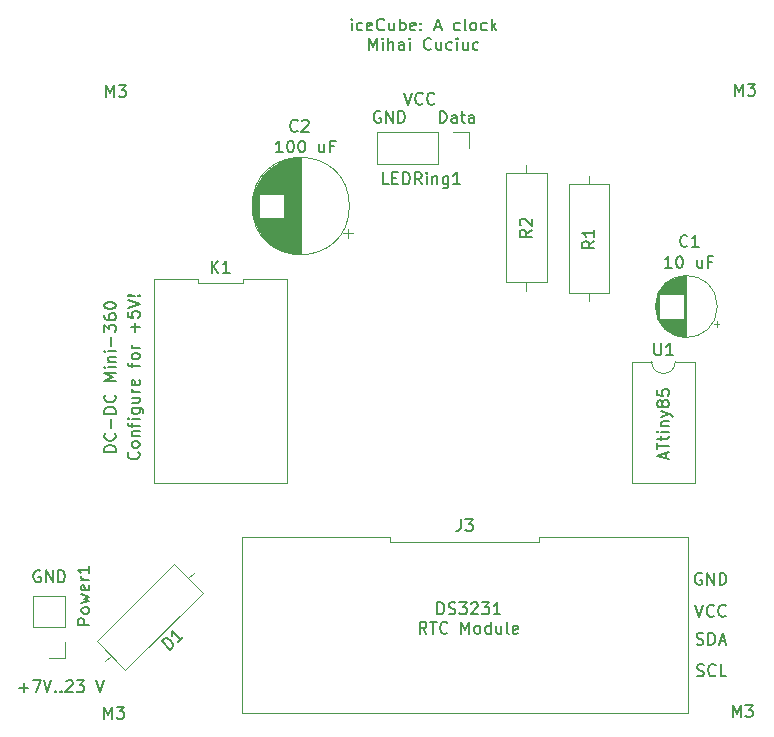
<source format=gbr>
G04 #@! TF.GenerationSoftware,KiCad,Pcbnew,(5.1.5)-3*
G04 #@! TF.CreationDate,2020-05-09T23:00:35+03:00*
G04 #@! TF.ProjectId,iceCube,69636543-7562-4652-9e6b-696361645f70,rev?*
G04 #@! TF.SameCoordinates,Original*
G04 #@! TF.FileFunction,Legend,Top*
G04 #@! TF.FilePolarity,Positive*
%FSLAX46Y46*%
G04 Gerber Fmt 4.6, Leading zero omitted, Abs format (unit mm)*
G04 Created by KiCad (PCBNEW (5.1.5)-3) date 2020-05-09 23:00:35*
%MOMM*%
%LPD*%
G04 APERTURE LIST*
%ADD10C,0.150000*%
%ADD11C,0.120000*%
G04 APERTURE END LIST*
D10*
X122571428Y-113952380D02*
X122000000Y-113952380D01*
X122285714Y-113952380D02*
X122285714Y-112952380D01*
X122190476Y-113095238D01*
X122095238Y-113190476D01*
X122000000Y-113238095D01*
X123190476Y-112952380D02*
X123285714Y-112952380D01*
X123380952Y-113000000D01*
X123428571Y-113047619D01*
X123476190Y-113142857D01*
X123523809Y-113333333D01*
X123523809Y-113571428D01*
X123476190Y-113761904D01*
X123428571Y-113857142D01*
X123380952Y-113904761D01*
X123285714Y-113952380D01*
X123190476Y-113952380D01*
X123095238Y-113904761D01*
X123047619Y-113857142D01*
X123000000Y-113761904D01*
X122952380Y-113571428D01*
X122952380Y-113333333D01*
X123000000Y-113142857D01*
X123047619Y-113047619D01*
X123095238Y-113000000D01*
X123190476Y-112952380D01*
X124142857Y-112952380D02*
X124238095Y-112952380D01*
X124333333Y-113000000D01*
X124380952Y-113047619D01*
X124428571Y-113142857D01*
X124476190Y-113333333D01*
X124476190Y-113571428D01*
X124428571Y-113761904D01*
X124380952Y-113857142D01*
X124333333Y-113904761D01*
X124238095Y-113952380D01*
X124142857Y-113952380D01*
X124047619Y-113904761D01*
X124000000Y-113857142D01*
X123952380Y-113761904D01*
X123904761Y-113571428D01*
X123904761Y-113333333D01*
X123952380Y-113142857D01*
X124000000Y-113047619D01*
X124047619Y-113000000D01*
X124142857Y-112952380D01*
X126095238Y-113285714D02*
X126095238Y-113952380D01*
X125666666Y-113285714D02*
X125666666Y-113809523D01*
X125714285Y-113904761D01*
X125809523Y-113952380D01*
X125952380Y-113952380D01*
X126047619Y-113904761D01*
X126095238Y-113857142D01*
X126904761Y-113428571D02*
X126571428Y-113428571D01*
X126571428Y-113952380D02*
X126571428Y-112952380D01*
X127047619Y-112952380D01*
X128404761Y-103627380D02*
X128404761Y-102960714D01*
X128404761Y-102627380D02*
X128357142Y-102675000D01*
X128404761Y-102722619D01*
X128452380Y-102675000D01*
X128404761Y-102627380D01*
X128404761Y-102722619D01*
X129309523Y-103579761D02*
X129214285Y-103627380D01*
X129023809Y-103627380D01*
X128928571Y-103579761D01*
X128880952Y-103532142D01*
X128833333Y-103436904D01*
X128833333Y-103151190D01*
X128880952Y-103055952D01*
X128928571Y-103008333D01*
X129023809Y-102960714D01*
X129214285Y-102960714D01*
X129309523Y-103008333D01*
X130119047Y-103579761D02*
X130023809Y-103627380D01*
X129833333Y-103627380D01*
X129738095Y-103579761D01*
X129690476Y-103484523D01*
X129690476Y-103103571D01*
X129738095Y-103008333D01*
X129833333Y-102960714D01*
X130023809Y-102960714D01*
X130119047Y-103008333D01*
X130166666Y-103103571D01*
X130166666Y-103198809D01*
X129690476Y-103294047D01*
X131166666Y-103532142D02*
X131119047Y-103579761D01*
X130976190Y-103627380D01*
X130880952Y-103627380D01*
X130738095Y-103579761D01*
X130642857Y-103484523D01*
X130595238Y-103389285D01*
X130547619Y-103198809D01*
X130547619Y-103055952D01*
X130595238Y-102865476D01*
X130642857Y-102770238D01*
X130738095Y-102675000D01*
X130880952Y-102627380D01*
X130976190Y-102627380D01*
X131119047Y-102675000D01*
X131166666Y-102722619D01*
X132023809Y-102960714D02*
X132023809Y-103627380D01*
X131595238Y-102960714D02*
X131595238Y-103484523D01*
X131642857Y-103579761D01*
X131738095Y-103627380D01*
X131880952Y-103627380D01*
X131976190Y-103579761D01*
X132023809Y-103532142D01*
X132500000Y-103627380D02*
X132500000Y-102627380D01*
X132500000Y-103008333D02*
X132595238Y-102960714D01*
X132785714Y-102960714D01*
X132880952Y-103008333D01*
X132928571Y-103055952D01*
X132976190Y-103151190D01*
X132976190Y-103436904D01*
X132928571Y-103532142D01*
X132880952Y-103579761D01*
X132785714Y-103627380D01*
X132595238Y-103627380D01*
X132500000Y-103579761D01*
X133785714Y-103579761D02*
X133690476Y-103627380D01*
X133500000Y-103627380D01*
X133404761Y-103579761D01*
X133357142Y-103484523D01*
X133357142Y-103103571D01*
X133404761Y-103008333D01*
X133500000Y-102960714D01*
X133690476Y-102960714D01*
X133785714Y-103008333D01*
X133833333Y-103103571D01*
X133833333Y-103198809D01*
X133357142Y-103294047D01*
X134261904Y-103532142D02*
X134309523Y-103579761D01*
X134261904Y-103627380D01*
X134214285Y-103579761D01*
X134261904Y-103532142D01*
X134261904Y-103627380D01*
X134261904Y-103008333D02*
X134309523Y-103055952D01*
X134261904Y-103103571D01*
X134214285Y-103055952D01*
X134261904Y-103008333D01*
X134261904Y-103103571D01*
X135452380Y-103341666D02*
X135928571Y-103341666D01*
X135357142Y-103627380D02*
X135690476Y-102627380D01*
X136023809Y-103627380D01*
X137547619Y-103579761D02*
X137452380Y-103627380D01*
X137261904Y-103627380D01*
X137166666Y-103579761D01*
X137119047Y-103532142D01*
X137071428Y-103436904D01*
X137071428Y-103151190D01*
X137119047Y-103055952D01*
X137166666Y-103008333D01*
X137261904Y-102960714D01*
X137452380Y-102960714D01*
X137547619Y-103008333D01*
X138119047Y-103627380D02*
X138023809Y-103579761D01*
X137976190Y-103484523D01*
X137976190Y-102627380D01*
X138642857Y-103627380D02*
X138547619Y-103579761D01*
X138500000Y-103532142D01*
X138452380Y-103436904D01*
X138452380Y-103151190D01*
X138500000Y-103055952D01*
X138547619Y-103008333D01*
X138642857Y-102960714D01*
X138785714Y-102960714D01*
X138880952Y-103008333D01*
X138928571Y-103055952D01*
X138976190Y-103151190D01*
X138976190Y-103436904D01*
X138928571Y-103532142D01*
X138880952Y-103579761D01*
X138785714Y-103627380D01*
X138642857Y-103627380D01*
X139833333Y-103579761D02*
X139738095Y-103627380D01*
X139547619Y-103627380D01*
X139452380Y-103579761D01*
X139404761Y-103532142D01*
X139357142Y-103436904D01*
X139357142Y-103151190D01*
X139404761Y-103055952D01*
X139452380Y-103008333D01*
X139547619Y-102960714D01*
X139738095Y-102960714D01*
X139833333Y-103008333D01*
X140261904Y-103627380D02*
X140261904Y-102627380D01*
X140357142Y-103246428D02*
X140642857Y-103627380D01*
X140642857Y-102960714D02*
X140261904Y-103341666D01*
X129904761Y-105277380D02*
X129904761Y-104277380D01*
X130238095Y-104991666D01*
X130571428Y-104277380D01*
X130571428Y-105277380D01*
X131047619Y-105277380D02*
X131047619Y-104610714D01*
X131047619Y-104277380D02*
X131000000Y-104325000D01*
X131047619Y-104372619D01*
X131095238Y-104325000D01*
X131047619Y-104277380D01*
X131047619Y-104372619D01*
X131523809Y-105277380D02*
X131523809Y-104277380D01*
X131952380Y-105277380D02*
X131952380Y-104753571D01*
X131904761Y-104658333D01*
X131809523Y-104610714D01*
X131666666Y-104610714D01*
X131571428Y-104658333D01*
X131523809Y-104705952D01*
X132857142Y-105277380D02*
X132857142Y-104753571D01*
X132809523Y-104658333D01*
X132714285Y-104610714D01*
X132523809Y-104610714D01*
X132428571Y-104658333D01*
X132857142Y-105229761D02*
X132761904Y-105277380D01*
X132523809Y-105277380D01*
X132428571Y-105229761D01*
X132380952Y-105134523D01*
X132380952Y-105039285D01*
X132428571Y-104944047D01*
X132523809Y-104896428D01*
X132761904Y-104896428D01*
X132857142Y-104848809D01*
X133333333Y-105277380D02*
X133333333Y-104610714D01*
X133333333Y-104277380D02*
X133285714Y-104325000D01*
X133333333Y-104372619D01*
X133380952Y-104325000D01*
X133333333Y-104277380D01*
X133333333Y-104372619D01*
X135142857Y-105182142D02*
X135095238Y-105229761D01*
X134952380Y-105277380D01*
X134857142Y-105277380D01*
X134714285Y-105229761D01*
X134619047Y-105134523D01*
X134571428Y-105039285D01*
X134523809Y-104848809D01*
X134523809Y-104705952D01*
X134571428Y-104515476D01*
X134619047Y-104420238D01*
X134714285Y-104325000D01*
X134857142Y-104277380D01*
X134952380Y-104277380D01*
X135095238Y-104325000D01*
X135142857Y-104372619D01*
X136000000Y-104610714D02*
X136000000Y-105277380D01*
X135571428Y-104610714D02*
X135571428Y-105134523D01*
X135619047Y-105229761D01*
X135714285Y-105277380D01*
X135857142Y-105277380D01*
X135952380Y-105229761D01*
X136000000Y-105182142D01*
X136904761Y-105229761D02*
X136809523Y-105277380D01*
X136619047Y-105277380D01*
X136523809Y-105229761D01*
X136476190Y-105182142D01*
X136428571Y-105086904D01*
X136428571Y-104801190D01*
X136476190Y-104705952D01*
X136523809Y-104658333D01*
X136619047Y-104610714D01*
X136809523Y-104610714D01*
X136904761Y-104658333D01*
X137333333Y-105277380D02*
X137333333Y-104610714D01*
X137333333Y-104277380D02*
X137285714Y-104325000D01*
X137333333Y-104372619D01*
X137380952Y-104325000D01*
X137333333Y-104277380D01*
X137333333Y-104372619D01*
X138238095Y-104610714D02*
X138238095Y-105277380D01*
X137809523Y-104610714D02*
X137809523Y-105134523D01*
X137857142Y-105229761D01*
X137952380Y-105277380D01*
X138095238Y-105277380D01*
X138190476Y-105229761D01*
X138238095Y-105182142D01*
X139142857Y-105229761D02*
X139047619Y-105277380D01*
X138857142Y-105277380D01*
X138761904Y-105229761D01*
X138714285Y-105182142D01*
X138666666Y-105086904D01*
X138666666Y-104801190D01*
X138714285Y-104705952D01*
X138761904Y-104658333D01*
X138857142Y-104610714D01*
X139047619Y-104610714D01*
X139142857Y-104658333D01*
X110357142Y-139333333D02*
X110404761Y-139380952D01*
X110452380Y-139523809D01*
X110452380Y-139619047D01*
X110404761Y-139761904D01*
X110309523Y-139857142D01*
X110214285Y-139904761D01*
X110023809Y-139952380D01*
X109880952Y-139952380D01*
X109690476Y-139904761D01*
X109595238Y-139857142D01*
X109500000Y-139761904D01*
X109452380Y-139619047D01*
X109452380Y-139523809D01*
X109500000Y-139380952D01*
X109547619Y-139333333D01*
X110452380Y-138761904D02*
X110404761Y-138857142D01*
X110357142Y-138904761D01*
X110261904Y-138952380D01*
X109976190Y-138952380D01*
X109880952Y-138904761D01*
X109833333Y-138857142D01*
X109785714Y-138761904D01*
X109785714Y-138619047D01*
X109833333Y-138523809D01*
X109880952Y-138476190D01*
X109976190Y-138428571D01*
X110261904Y-138428571D01*
X110357142Y-138476190D01*
X110404761Y-138523809D01*
X110452380Y-138619047D01*
X110452380Y-138761904D01*
X109785714Y-138000000D02*
X110452380Y-138000000D01*
X109880952Y-138000000D02*
X109833333Y-137952380D01*
X109785714Y-137857142D01*
X109785714Y-137714285D01*
X109833333Y-137619047D01*
X109928571Y-137571428D01*
X110452380Y-137571428D01*
X109785714Y-137238095D02*
X109785714Y-136857142D01*
X110452380Y-137095238D02*
X109595238Y-137095238D01*
X109500000Y-137047619D01*
X109452380Y-136952380D01*
X109452380Y-136857142D01*
X110452380Y-136523809D02*
X109785714Y-136523809D01*
X109452380Y-136523809D02*
X109500000Y-136571428D01*
X109547619Y-136523809D01*
X109500000Y-136476190D01*
X109452380Y-136523809D01*
X109547619Y-136523809D01*
X109785714Y-135619047D02*
X110595238Y-135619047D01*
X110690476Y-135666666D01*
X110738095Y-135714285D01*
X110785714Y-135809523D01*
X110785714Y-135952380D01*
X110738095Y-136047619D01*
X110404761Y-135619047D02*
X110452380Y-135714285D01*
X110452380Y-135904761D01*
X110404761Y-136000000D01*
X110357142Y-136047619D01*
X110261904Y-136095238D01*
X109976190Y-136095238D01*
X109880952Y-136047619D01*
X109833333Y-136000000D01*
X109785714Y-135904761D01*
X109785714Y-135714285D01*
X109833333Y-135619047D01*
X109785714Y-134714285D02*
X110452380Y-134714285D01*
X109785714Y-135142857D02*
X110309523Y-135142857D01*
X110404761Y-135095238D01*
X110452380Y-135000000D01*
X110452380Y-134857142D01*
X110404761Y-134761904D01*
X110357142Y-134714285D01*
X110452380Y-134238095D02*
X109785714Y-134238095D01*
X109976190Y-134238095D02*
X109880952Y-134190476D01*
X109833333Y-134142857D01*
X109785714Y-134047619D01*
X109785714Y-133952380D01*
X110404761Y-133238095D02*
X110452380Y-133333333D01*
X110452380Y-133523809D01*
X110404761Y-133619047D01*
X110309523Y-133666666D01*
X109928571Y-133666666D01*
X109833333Y-133619047D01*
X109785714Y-133523809D01*
X109785714Y-133333333D01*
X109833333Y-133238095D01*
X109928571Y-133190476D01*
X110023809Y-133190476D01*
X110119047Y-133666666D01*
X109785714Y-132142857D02*
X109785714Y-131761904D01*
X110452380Y-131999999D02*
X109595238Y-131999999D01*
X109500000Y-131952380D01*
X109452380Y-131857142D01*
X109452380Y-131761904D01*
X110452380Y-131285714D02*
X110404761Y-131380952D01*
X110357142Y-131428571D01*
X110261904Y-131476190D01*
X109976190Y-131476190D01*
X109880952Y-131428571D01*
X109833333Y-131380952D01*
X109785714Y-131285714D01*
X109785714Y-131142857D01*
X109833333Y-131047619D01*
X109880952Y-131000000D01*
X109976190Y-130952380D01*
X110261904Y-130952380D01*
X110357142Y-131000000D01*
X110404761Y-131047619D01*
X110452380Y-131142857D01*
X110452380Y-131285714D01*
X110452380Y-130523809D02*
X109785714Y-130523809D01*
X109976190Y-130523809D02*
X109880952Y-130476190D01*
X109833333Y-130428571D01*
X109785714Y-130333333D01*
X109785714Y-130238095D01*
X110071428Y-129142857D02*
X110071428Y-128380952D01*
X110452380Y-128761904D02*
X109690476Y-128761904D01*
X109452380Y-127428571D02*
X109452380Y-127904761D01*
X109928571Y-127952380D01*
X109880952Y-127904761D01*
X109833333Y-127809523D01*
X109833333Y-127571428D01*
X109880952Y-127476190D01*
X109928571Y-127428571D01*
X110023809Y-127380952D01*
X110261904Y-127380952D01*
X110357142Y-127428571D01*
X110404761Y-127476190D01*
X110452380Y-127571428D01*
X110452380Y-127809523D01*
X110404761Y-127904761D01*
X110357142Y-127952380D01*
X109452380Y-127095238D02*
X110452380Y-126761904D01*
X109452380Y-126428571D01*
X110357142Y-126095238D02*
X110404761Y-126047619D01*
X110452380Y-126095238D01*
X110404761Y-126142857D01*
X110357142Y-126095238D01*
X110452380Y-126095238D01*
X110071428Y-126095238D02*
X109500000Y-126142857D01*
X109452380Y-126095238D01*
X109500000Y-126047619D01*
X110071428Y-126095238D01*
X109452380Y-126095238D01*
X108452380Y-139309523D02*
X107452380Y-139309523D01*
X107452380Y-139071428D01*
X107500000Y-138928571D01*
X107595238Y-138833333D01*
X107690476Y-138785714D01*
X107880952Y-138738095D01*
X108023809Y-138738095D01*
X108214285Y-138785714D01*
X108309523Y-138833333D01*
X108404761Y-138928571D01*
X108452380Y-139071428D01*
X108452380Y-139309523D01*
X108357142Y-137738095D02*
X108404761Y-137785714D01*
X108452380Y-137928571D01*
X108452380Y-138023809D01*
X108404761Y-138166666D01*
X108309523Y-138261904D01*
X108214285Y-138309523D01*
X108023809Y-138357142D01*
X107880952Y-138357142D01*
X107690476Y-138309523D01*
X107595238Y-138261904D01*
X107500000Y-138166666D01*
X107452380Y-138023809D01*
X107452380Y-137928571D01*
X107500000Y-137785714D01*
X107547619Y-137738095D01*
X108071428Y-137309523D02*
X108071428Y-136547619D01*
X108452380Y-136071428D02*
X107452380Y-136071428D01*
X107452380Y-135833333D01*
X107500000Y-135690476D01*
X107595238Y-135595238D01*
X107690476Y-135547619D01*
X107880952Y-135500000D01*
X108023809Y-135500000D01*
X108214285Y-135547619D01*
X108309523Y-135595238D01*
X108404761Y-135690476D01*
X108452380Y-135833333D01*
X108452380Y-136071428D01*
X108357142Y-134500000D02*
X108404761Y-134547619D01*
X108452380Y-134690476D01*
X108452380Y-134785714D01*
X108404761Y-134928571D01*
X108309523Y-135023809D01*
X108214285Y-135071428D01*
X108023809Y-135119047D01*
X107880952Y-135119047D01*
X107690476Y-135071428D01*
X107595238Y-135023809D01*
X107500000Y-134928571D01*
X107452380Y-134785714D01*
X107452380Y-134690476D01*
X107500000Y-134547619D01*
X107547619Y-134500000D01*
X108452380Y-133309523D02*
X107452380Y-133309523D01*
X108166666Y-132976190D01*
X107452380Y-132642857D01*
X108452380Y-132642857D01*
X108452380Y-132166666D02*
X107785714Y-132166666D01*
X107452380Y-132166666D02*
X107500000Y-132214285D01*
X107547619Y-132166666D01*
X107500000Y-132119047D01*
X107452380Y-132166666D01*
X107547619Y-132166666D01*
X107785714Y-131690476D02*
X108452380Y-131690476D01*
X107880952Y-131690476D02*
X107833333Y-131642857D01*
X107785714Y-131547619D01*
X107785714Y-131404761D01*
X107833333Y-131309523D01*
X107928571Y-131261904D01*
X108452380Y-131261904D01*
X108452380Y-130785714D02*
X107785714Y-130785714D01*
X107452380Y-130785714D02*
X107500000Y-130833333D01*
X107547619Y-130785714D01*
X107500000Y-130738095D01*
X107452380Y-130785714D01*
X107547619Y-130785714D01*
X108071428Y-130309523D02*
X108071428Y-129547619D01*
X107452380Y-129166666D02*
X107452380Y-128547619D01*
X107833333Y-128880952D01*
X107833333Y-128738095D01*
X107880952Y-128642857D01*
X107928571Y-128595238D01*
X108023809Y-128547619D01*
X108261904Y-128547619D01*
X108357142Y-128595238D01*
X108404761Y-128642857D01*
X108452380Y-128738095D01*
X108452380Y-129023809D01*
X108404761Y-129119047D01*
X108357142Y-129166666D01*
X107452380Y-127690476D02*
X107452380Y-127880952D01*
X107500000Y-127976190D01*
X107547619Y-128023809D01*
X107690476Y-128119047D01*
X107880952Y-128166666D01*
X108261904Y-128166666D01*
X108357142Y-128119047D01*
X108404761Y-128071428D01*
X108452380Y-127976190D01*
X108452380Y-127785714D01*
X108404761Y-127690476D01*
X108357142Y-127642857D01*
X108261904Y-127595238D01*
X108023809Y-127595238D01*
X107928571Y-127642857D01*
X107880952Y-127690476D01*
X107833333Y-127785714D01*
X107833333Y-127976190D01*
X107880952Y-128071428D01*
X107928571Y-128119047D01*
X108023809Y-128166666D01*
X107452380Y-126976190D02*
X107452380Y-126880952D01*
X107500000Y-126785714D01*
X107547619Y-126738095D01*
X107642857Y-126690476D01*
X107833333Y-126642857D01*
X108071428Y-126642857D01*
X108261904Y-126690476D01*
X108357142Y-126738095D01*
X108404761Y-126785714D01*
X108452380Y-126880952D01*
X108452380Y-126976190D01*
X108404761Y-127071428D01*
X108357142Y-127119047D01*
X108261904Y-127166666D01*
X108071428Y-127214285D01*
X107833333Y-127214285D01*
X107642857Y-127166666D01*
X107547619Y-127119047D01*
X107500000Y-127071428D01*
X107452380Y-126976190D01*
X157649523Y-158254761D02*
X157792380Y-158302380D01*
X158030476Y-158302380D01*
X158125714Y-158254761D01*
X158173333Y-158207142D01*
X158220952Y-158111904D01*
X158220952Y-158016666D01*
X158173333Y-157921428D01*
X158125714Y-157873809D01*
X158030476Y-157826190D01*
X157840000Y-157778571D01*
X157744761Y-157730952D01*
X157697142Y-157683333D01*
X157649523Y-157588095D01*
X157649523Y-157492857D01*
X157697142Y-157397619D01*
X157744761Y-157350000D01*
X157840000Y-157302380D01*
X158078095Y-157302380D01*
X158220952Y-157350000D01*
X159220952Y-158207142D02*
X159173333Y-158254761D01*
X159030476Y-158302380D01*
X158935238Y-158302380D01*
X158792380Y-158254761D01*
X158697142Y-158159523D01*
X158649523Y-158064285D01*
X158601904Y-157873809D01*
X158601904Y-157730952D01*
X158649523Y-157540476D01*
X158697142Y-157445238D01*
X158792380Y-157350000D01*
X158935238Y-157302380D01*
X159030476Y-157302380D01*
X159173333Y-157350000D01*
X159220952Y-157397619D01*
X160125714Y-158302380D02*
X159649523Y-158302380D01*
X159649523Y-157302380D01*
X157625714Y-155594761D02*
X157768571Y-155642380D01*
X158006666Y-155642380D01*
X158101904Y-155594761D01*
X158149523Y-155547142D01*
X158197142Y-155451904D01*
X158197142Y-155356666D01*
X158149523Y-155261428D01*
X158101904Y-155213809D01*
X158006666Y-155166190D01*
X157816190Y-155118571D01*
X157720952Y-155070952D01*
X157673333Y-155023333D01*
X157625714Y-154928095D01*
X157625714Y-154832857D01*
X157673333Y-154737619D01*
X157720952Y-154690000D01*
X157816190Y-154642380D01*
X158054285Y-154642380D01*
X158197142Y-154690000D01*
X158625714Y-155642380D02*
X158625714Y-154642380D01*
X158863809Y-154642380D01*
X159006666Y-154690000D01*
X159101904Y-154785238D01*
X159149523Y-154880476D01*
X159197142Y-155070952D01*
X159197142Y-155213809D01*
X159149523Y-155404285D01*
X159101904Y-155499523D01*
X159006666Y-155594761D01*
X158863809Y-155642380D01*
X158625714Y-155642380D01*
X159578095Y-155356666D02*
X160054285Y-155356666D01*
X159482857Y-155642380D02*
X159816190Y-154642380D01*
X160149523Y-155642380D01*
X157506666Y-152262380D02*
X157840000Y-153262380D01*
X158173333Y-152262380D01*
X159078095Y-153167142D02*
X159030476Y-153214761D01*
X158887619Y-153262380D01*
X158792380Y-153262380D01*
X158649523Y-153214761D01*
X158554285Y-153119523D01*
X158506666Y-153024285D01*
X158459047Y-152833809D01*
X158459047Y-152690952D01*
X158506666Y-152500476D01*
X158554285Y-152405238D01*
X158649523Y-152310000D01*
X158792380Y-152262380D01*
X158887619Y-152262380D01*
X159030476Y-152310000D01*
X159078095Y-152357619D01*
X160078095Y-153167142D02*
X160030476Y-153214761D01*
X159887619Y-153262380D01*
X159792380Y-153262380D01*
X159649523Y-153214761D01*
X159554285Y-153119523D01*
X159506666Y-153024285D01*
X159459047Y-152833809D01*
X159459047Y-152690952D01*
X159506666Y-152500476D01*
X159554285Y-152405238D01*
X159649523Y-152310000D01*
X159792380Y-152262380D01*
X159887619Y-152262380D01*
X160030476Y-152310000D01*
X160078095Y-152357619D01*
X158048095Y-149600000D02*
X157952857Y-149552380D01*
X157810000Y-149552380D01*
X157667142Y-149600000D01*
X157571904Y-149695238D01*
X157524285Y-149790476D01*
X157476666Y-149980952D01*
X157476666Y-150123809D01*
X157524285Y-150314285D01*
X157571904Y-150409523D01*
X157667142Y-150504761D01*
X157810000Y-150552380D01*
X157905238Y-150552380D01*
X158048095Y-150504761D01*
X158095714Y-150457142D01*
X158095714Y-150123809D01*
X157905238Y-150123809D01*
X158524285Y-150552380D02*
X158524285Y-149552380D01*
X159095714Y-150552380D01*
X159095714Y-149552380D01*
X159571904Y-150552380D02*
X159571904Y-149552380D01*
X159810000Y-149552380D01*
X159952857Y-149600000D01*
X160048095Y-149695238D01*
X160095714Y-149790476D01*
X160143333Y-149980952D01*
X160143333Y-150123809D01*
X160095714Y-150314285D01*
X160048095Y-150409523D01*
X159952857Y-150504761D01*
X159810000Y-150552380D01*
X159571904Y-150552380D01*
X135677142Y-153057380D02*
X135677142Y-152057380D01*
X135915238Y-152057380D01*
X136058095Y-152105000D01*
X136153333Y-152200238D01*
X136200952Y-152295476D01*
X136248571Y-152485952D01*
X136248571Y-152628809D01*
X136200952Y-152819285D01*
X136153333Y-152914523D01*
X136058095Y-153009761D01*
X135915238Y-153057380D01*
X135677142Y-153057380D01*
X136629523Y-153009761D02*
X136772380Y-153057380D01*
X137010476Y-153057380D01*
X137105714Y-153009761D01*
X137153333Y-152962142D01*
X137200952Y-152866904D01*
X137200952Y-152771666D01*
X137153333Y-152676428D01*
X137105714Y-152628809D01*
X137010476Y-152581190D01*
X136820000Y-152533571D01*
X136724761Y-152485952D01*
X136677142Y-152438333D01*
X136629523Y-152343095D01*
X136629523Y-152247857D01*
X136677142Y-152152619D01*
X136724761Y-152105000D01*
X136820000Y-152057380D01*
X137058095Y-152057380D01*
X137200952Y-152105000D01*
X137534285Y-152057380D02*
X138153333Y-152057380D01*
X137820000Y-152438333D01*
X137962857Y-152438333D01*
X138058095Y-152485952D01*
X138105714Y-152533571D01*
X138153333Y-152628809D01*
X138153333Y-152866904D01*
X138105714Y-152962142D01*
X138058095Y-153009761D01*
X137962857Y-153057380D01*
X137677142Y-153057380D01*
X137581904Y-153009761D01*
X137534285Y-152962142D01*
X138534285Y-152152619D02*
X138581904Y-152105000D01*
X138677142Y-152057380D01*
X138915238Y-152057380D01*
X139010476Y-152105000D01*
X139058095Y-152152619D01*
X139105714Y-152247857D01*
X139105714Y-152343095D01*
X139058095Y-152485952D01*
X138486666Y-153057380D01*
X139105714Y-153057380D01*
X139439047Y-152057380D02*
X140058095Y-152057380D01*
X139724761Y-152438333D01*
X139867619Y-152438333D01*
X139962857Y-152485952D01*
X140010476Y-152533571D01*
X140058095Y-152628809D01*
X140058095Y-152866904D01*
X140010476Y-152962142D01*
X139962857Y-153009761D01*
X139867619Y-153057380D01*
X139581904Y-153057380D01*
X139486666Y-153009761D01*
X139439047Y-152962142D01*
X141010476Y-153057380D02*
X140439047Y-153057380D01*
X140724761Y-153057380D02*
X140724761Y-152057380D01*
X140629523Y-152200238D01*
X140534285Y-152295476D01*
X140439047Y-152343095D01*
X134748571Y-154707380D02*
X134415238Y-154231190D01*
X134177142Y-154707380D02*
X134177142Y-153707380D01*
X134558095Y-153707380D01*
X134653333Y-153755000D01*
X134700952Y-153802619D01*
X134748571Y-153897857D01*
X134748571Y-154040714D01*
X134700952Y-154135952D01*
X134653333Y-154183571D01*
X134558095Y-154231190D01*
X134177142Y-154231190D01*
X135034285Y-153707380D02*
X135605714Y-153707380D01*
X135320000Y-154707380D02*
X135320000Y-153707380D01*
X136510476Y-154612142D02*
X136462857Y-154659761D01*
X136320000Y-154707380D01*
X136224761Y-154707380D01*
X136081904Y-154659761D01*
X135986666Y-154564523D01*
X135939047Y-154469285D01*
X135891428Y-154278809D01*
X135891428Y-154135952D01*
X135939047Y-153945476D01*
X135986666Y-153850238D01*
X136081904Y-153755000D01*
X136224761Y-153707380D01*
X136320000Y-153707380D01*
X136462857Y-153755000D01*
X136510476Y-153802619D01*
X137700952Y-154707380D02*
X137700952Y-153707380D01*
X138034285Y-154421666D01*
X138367619Y-153707380D01*
X138367619Y-154707380D01*
X138986666Y-154707380D02*
X138891428Y-154659761D01*
X138843809Y-154612142D01*
X138796190Y-154516904D01*
X138796190Y-154231190D01*
X138843809Y-154135952D01*
X138891428Y-154088333D01*
X138986666Y-154040714D01*
X139129523Y-154040714D01*
X139224761Y-154088333D01*
X139272380Y-154135952D01*
X139320000Y-154231190D01*
X139320000Y-154516904D01*
X139272380Y-154612142D01*
X139224761Y-154659761D01*
X139129523Y-154707380D01*
X138986666Y-154707380D01*
X140177142Y-154707380D02*
X140177142Y-153707380D01*
X140177142Y-154659761D02*
X140081904Y-154707380D01*
X139891428Y-154707380D01*
X139796190Y-154659761D01*
X139748571Y-154612142D01*
X139700952Y-154516904D01*
X139700952Y-154231190D01*
X139748571Y-154135952D01*
X139796190Y-154088333D01*
X139891428Y-154040714D01*
X140081904Y-154040714D01*
X140177142Y-154088333D01*
X141081904Y-154040714D02*
X141081904Y-154707380D01*
X140653333Y-154040714D02*
X140653333Y-154564523D01*
X140700952Y-154659761D01*
X140796190Y-154707380D01*
X140939047Y-154707380D01*
X141034285Y-154659761D01*
X141081904Y-154612142D01*
X141700952Y-154707380D02*
X141605714Y-154659761D01*
X141558095Y-154564523D01*
X141558095Y-153707380D01*
X142462857Y-154659761D02*
X142367619Y-154707380D01*
X142177142Y-154707380D01*
X142081904Y-154659761D01*
X142034285Y-154564523D01*
X142034285Y-154183571D01*
X142081904Y-154088333D01*
X142177142Y-154040714D01*
X142367619Y-154040714D01*
X142462857Y-154088333D01*
X142510476Y-154183571D01*
X142510476Y-154278809D01*
X142034285Y-154374047D01*
X154986666Y-139858571D02*
X154986666Y-139382380D01*
X155272380Y-139953809D02*
X154272380Y-139620476D01*
X155272380Y-139287142D01*
X154272380Y-139096666D02*
X154272380Y-138525238D01*
X155272380Y-138810952D02*
X154272380Y-138810952D01*
X154605714Y-138334761D02*
X154605714Y-137953809D01*
X154272380Y-138191904D02*
X155129523Y-138191904D01*
X155224761Y-138144285D01*
X155272380Y-138049047D01*
X155272380Y-137953809D01*
X155272380Y-137620476D02*
X154605714Y-137620476D01*
X154272380Y-137620476D02*
X154320000Y-137668095D01*
X154367619Y-137620476D01*
X154320000Y-137572857D01*
X154272380Y-137620476D01*
X154367619Y-137620476D01*
X154605714Y-137144285D02*
X155272380Y-137144285D01*
X154700952Y-137144285D02*
X154653333Y-137096666D01*
X154605714Y-137001428D01*
X154605714Y-136858571D01*
X154653333Y-136763333D01*
X154748571Y-136715714D01*
X155272380Y-136715714D01*
X154605714Y-136334761D02*
X155272380Y-136096666D01*
X154605714Y-135858571D02*
X155272380Y-136096666D01*
X155510476Y-136191904D01*
X155558095Y-136239523D01*
X155605714Y-136334761D01*
X154700952Y-135334761D02*
X154653333Y-135430000D01*
X154605714Y-135477619D01*
X154510476Y-135525238D01*
X154462857Y-135525238D01*
X154367619Y-135477619D01*
X154320000Y-135430000D01*
X154272380Y-135334761D01*
X154272380Y-135144285D01*
X154320000Y-135049047D01*
X154367619Y-135001428D01*
X154462857Y-134953809D01*
X154510476Y-134953809D01*
X154605714Y-135001428D01*
X154653333Y-135049047D01*
X154700952Y-135144285D01*
X154700952Y-135334761D01*
X154748571Y-135430000D01*
X154796190Y-135477619D01*
X154891428Y-135525238D01*
X155081904Y-135525238D01*
X155177142Y-135477619D01*
X155224761Y-135430000D01*
X155272380Y-135334761D01*
X155272380Y-135144285D01*
X155224761Y-135049047D01*
X155177142Y-135001428D01*
X155081904Y-134953809D01*
X154891428Y-134953809D01*
X154796190Y-135001428D01*
X154748571Y-135049047D01*
X154700952Y-135144285D01*
X154272380Y-134049047D02*
X154272380Y-134525238D01*
X154748571Y-134572857D01*
X154700952Y-134525238D01*
X154653333Y-134430000D01*
X154653333Y-134191904D01*
X154700952Y-134096666D01*
X154748571Y-134049047D01*
X154843809Y-134001428D01*
X155081904Y-134001428D01*
X155177142Y-134049047D01*
X155224761Y-134096666D01*
X155272380Y-134191904D01*
X155272380Y-134430000D01*
X155224761Y-134525238D01*
X155177142Y-134572857D01*
X155507619Y-123732380D02*
X154936190Y-123732380D01*
X155221904Y-123732380D02*
X155221904Y-122732380D01*
X155126666Y-122875238D01*
X155031428Y-122970476D01*
X154936190Y-123018095D01*
X156126666Y-122732380D02*
X156221904Y-122732380D01*
X156317142Y-122780000D01*
X156364761Y-122827619D01*
X156412380Y-122922857D01*
X156460000Y-123113333D01*
X156460000Y-123351428D01*
X156412380Y-123541904D01*
X156364761Y-123637142D01*
X156317142Y-123684761D01*
X156221904Y-123732380D01*
X156126666Y-123732380D01*
X156031428Y-123684761D01*
X155983809Y-123637142D01*
X155936190Y-123541904D01*
X155888571Y-123351428D01*
X155888571Y-123113333D01*
X155936190Y-122922857D01*
X155983809Y-122827619D01*
X156031428Y-122780000D01*
X156126666Y-122732380D01*
X158079047Y-123065714D02*
X158079047Y-123732380D01*
X157650476Y-123065714D02*
X157650476Y-123589523D01*
X157698095Y-123684761D01*
X157793333Y-123732380D01*
X157936190Y-123732380D01*
X158031428Y-123684761D01*
X158079047Y-123637142D01*
X158888571Y-123208571D02*
X158555238Y-123208571D01*
X158555238Y-123732380D02*
X158555238Y-122732380D01*
X159031428Y-122732380D01*
X135877619Y-111452380D02*
X135877619Y-110452380D01*
X136115714Y-110452380D01*
X136258571Y-110500000D01*
X136353809Y-110595238D01*
X136401428Y-110690476D01*
X136449047Y-110880952D01*
X136449047Y-111023809D01*
X136401428Y-111214285D01*
X136353809Y-111309523D01*
X136258571Y-111404761D01*
X136115714Y-111452380D01*
X135877619Y-111452380D01*
X137306190Y-111452380D02*
X137306190Y-110928571D01*
X137258571Y-110833333D01*
X137163333Y-110785714D01*
X136972857Y-110785714D01*
X136877619Y-110833333D01*
X137306190Y-111404761D02*
X137210952Y-111452380D01*
X136972857Y-111452380D01*
X136877619Y-111404761D01*
X136830000Y-111309523D01*
X136830000Y-111214285D01*
X136877619Y-111119047D01*
X136972857Y-111071428D01*
X137210952Y-111071428D01*
X137306190Y-111023809D01*
X137639523Y-110785714D02*
X138020476Y-110785714D01*
X137782380Y-110452380D02*
X137782380Y-111309523D01*
X137830000Y-111404761D01*
X137925238Y-111452380D01*
X138020476Y-111452380D01*
X138782380Y-111452380D02*
X138782380Y-110928571D01*
X138734761Y-110833333D01*
X138639523Y-110785714D01*
X138449047Y-110785714D01*
X138353809Y-110833333D01*
X138782380Y-111404761D02*
X138687142Y-111452380D01*
X138449047Y-111452380D01*
X138353809Y-111404761D01*
X138306190Y-111309523D01*
X138306190Y-111214285D01*
X138353809Y-111119047D01*
X138449047Y-111071428D01*
X138687142Y-111071428D01*
X138782380Y-111023809D01*
X132846666Y-108902380D02*
X133180000Y-109902380D01*
X133513333Y-108902380D01*
X134418095Y-109807142D02*
X134370476Y-109854761D01*
X134227619Y-109902380D01*
X134132380Y-109902380D01*
X133989523Y-109854761D01*
X133894285Y-109759523D01*
X133846666Y-109664285D01*
X133799047Y-109473809D01*
X133799047Y-109330952D01*
X133846666Y-109140476D01*
X133894285Y-109045238D01*
X133989523Y-108950000D01*
X134132380Y-108902380D01*
X134227619Y-108902380D01*
X134370476Y-108950000D01*
X134418095Y-108997619D01*
X135418095Y-109807142D02*
X135370476Y-109854761D01*
X135227619Y-109902380D01*
X135132380Y-109902380D01*
X134989523Y-109854761D01*
X134894285Y-109759523D01*
X134846666Y-109664285D01*
X134799047Y-109473809D01*
X134799047Y-109330952D01*
X134846666Y-109140476D01*
X134894285Y-109045238D01*
X134989523Y-108950000D01*
X135132380Y-108902380D01*
X135227619Y-108902380D01*
X135370476Y-108950000D01*
X135418095Y-108997619D01*
X130838095Y-110490000D02*
X130742857Y-110442380D01*
X130600000Y-110442380D01*
X130457142Y-110490000D01*
X130361904Y-110585238D01*
X130314285Y-110680476D01*
X130266666Y-110870952D01*
X130266666Y-111013809D01*
X130314285Y-111204285D01*
X130361904Y-111299523D01*
X130457142Y-111394761D01*
X130600000Y-111442380D01*
X130695238Y-111442380D01*
X130838095Y-111394761D01*
X130885714Y-111347142D01*
X130885714Y-111013809D01*
X130695238Y-111013809D01*
X131314285Y-111442380D02*
X131314285Y-110442380D01*
X131885714Y-111442380D01*
X131885714Y-110442380D01*
X132361904Y-111442380D02*
X132361904Y-110442380D01*
X132600000Y-110442380D01*
X132742857Y-110490000D01*
X132838095Y-110585238D01*
X132885714Y-110680476D01*
X132933333Y-110870952D01*
X132933333Y-111013809D01*
X132885714Y-111204285D01*
X132838095Y-111299523D01*
X132742857Y-111394761D01*
X132600000Y-111442380D01*
X132361904Y-111442380D01*
X100276190Y-159271428D02*
X101038095Y-159271428D01*
X100657142Y-159652380D02*
X100657142Y-158890476D01*
X101419047Y-158652380D02*
X102085714Y-158652380D01*
X101657142Y-159652380D01*
X102323809Y-158652380D02*
X102657142Y-159652380D01*
X102990476Y-158652380D01*
X103323809Y-159557142D02*
X103371428Y-159604761D01*
X103323809Y-159652380D01*
X103276190Y-159604761D01*
X103323809Y-159557142D01*
X103323809Y-159652380D01*
X103800000Y-159557142D02*
X103847619Y-159604761D01*
X103800000Y-159652380D01*
X103752380Y-159604761D01*
X103800000Y-159557142D01*
X103800000Y-159652380D01*
X104228571Y-158747619D02*
X104276190Y-158700000D01*
X104371428Y-158652380D01*
X104609523Y-158652380D01*
X104704761Y-158700000D01*
X104752380Y-158747619D01*
X104800000Y-158842857D01*
X104800000Y-158938095D01*
X104752380Y-159080952D01*
X104180952Y-159652380D01*
X104800000Y-159652380D01*
X105133333Y-158652380D02*
X105752380Y-158652380D01*
X105419047Y-159033333D01*
X105561904Y-159033333D01*
X105657142Y-159080952D01*
X105704761Y-159128571D01*
X105752380Y-159223809D01*
X105752380Y-159461904D01*
X105704761Y-159557142D01*
X105657142Y-159604761D01*
X105561904Y-159652380D01*
X105276190Y-159652380D01*
X105180952Y-159604761D01*
X105133333Y-159557142D01*
X106800000Y-158652380D02*
X107133333Y-159652380D01*
X107466666Y-158652380D01*
X102038095Y-149400000D02*
X101942857Y-149352380D01*
X101800000Y-149352380D01*
X101657142Y-149400000D01*
X101561904Y-149495238D01*
X101514285Y-149590476D01*
X101466666Y-149780952D01*
X101466666Y-149923809D01*
X101514285Y-150114285D01*
X101561904Y-150209523D01*
X101657142Y-150304761D01*
X101800000Y-150352380D01*
X101895238Y-150352380D01*
X102038095Y-150304761D01*
X102085714Y-150257142D01*
X102085714Y-149923809D01*
X101895238Y-149923809D01*
X102514285Y-150352380D02*
X102514285Y-149352380D01*
X103085714Y-150352380D01*
X103085714Y-149352380D01*
X103561904Y-150352380D02*
X103561904Y-149352380D01*
X103800000Y-149352380D01*
X103942857Y-149400000D01*
X104038095Y-149495238D01*
X104085714Y-149590476D01*
X104133333Y-149780952D01*
X104133333Y-149923809D01*
X104085714Y-150114285D01*
X104038095Y-150209523D01*
X103942857Y-150304761D01*
X103800000Y-150352380D01*
X103561904Y-150352380D01*
D11*
X131700000Y-146550000D02*
X119100000Y-146550000D01*
X131700000Y-146910000D02*
X131700000Y-146550000D01*
X144300000Y-146910000D02*
X131700000Y-146910000D01*
X144300000Y-146550000D02*
X144300000Y-146910000D01*
X156900000Y-146550001D02*
X144300000Y-146550000D01*
X156900000Y-161450000D02*
X156900000Y-146550001D01*
X119100000Y-161449999D02*
X156900000Y-161450000D01*
X119100000Y-146550000D02*
X119100000Y-161449999D01*
X115418334Y-124680000D02*
X111655001Y-124680000D01*
X115418334Y-125040000D02*
X115418334Y-124680000D01*
X119181666Y-125040000D02*
X115418334Y-125040000D01*
X119181666Y-124680000D02*
X119181666Y-125040000D01*
X122945000Y-124680000D02*
X119181666Y-124680000D01*
X122944999Y-141920000D02*
X122945000Y-124680000D01*
X111655000Y-141920000D02*
X122944999Y-141920000D01*
X111655001Y-124680000D02*
X111655000Y-141920000D01*
X128220000Y-118500000D02*
G75*
G03X128220000Y-118500000I-4120000J0D01*
G01*
X124100000Y-122580000D02*
X124100000Y-114420000D01*
X124060000Y-122580000D02*
X124060000Y-114420000D01*
X124020000Y-122580000D02*
X124020000Y-114420000D01*
X123980000Y-122579000D02*
X123980000Y-114421000D01*
X123940000Y-122577000D02*
X123940000Y-114423000D01*
X123900000Y-122576000D02*
X123900000Y-114424000D01*
X123860000Y-122574000D02*
X123860000Y-114426000D01*
X123820000Y-122571000D02*
X123820000Y-114429000D01*
X123780000Y-122568000D02*
X123780000Y-114432000D01*
X123740000Y-122565000D02*
X123740000Y-114435000D01*
X123700000Y-122561000D02*
X123700000Y-114439000D01*
X123660000Y-122557000D02*
X123660000Y-114443000D01*
X123620000Y-122552000D02*
X123620000Y-114448000D01*
X123580000Y-122548000D02*
X123580000Y-114452000D01*
X123540000Y-122542000D02*
X123540000Y-114458000D01*
X123500000Y-122537000D02*
X123500000Y-114463000D01*
X123460000Y-122530000D02*
X123460000Y-114470000D01*
X123420000Y-122524000D02*
X123420000Y-114476000D01*
X123379000Y-122517000D02*
X123379000Y-114483000D01*
X123339000Y-122510000D02*
X123339000Y-114490000D01*
X123299000Y-122502000D02*
X123299000Y-114498000D01*
X123259000Y-122494000D02*
X123259000Y-114506000D01*
X123219000Y-122485000D02*
X123219000Y-114515000D01*
X123179000Y-122476000D02*
X123179000Y-114524000D01*
X123139000Y-122467000D02*
X123139000Y-114533000D01*
X123099000Y-122457000D02*
X123099000Y-114543000D01*
X123059000Y-122447000D02*
X123059000Y-114553000D01*
X123019000Y-122436000D02*
X123019000Y-114564000D01*
X122979000Y-122425000D02*
X122979000Y-114575000D01*
X122939000Y-122414000D02*
X122939000Y-114586000D01*
X122899000Y-122402000D02*
X122899000Y-114598000D01*
X122859000Y-122389000D02*
X122859000Y-114611000D01*
X122819000Y-122377000D02*
X122819000Y-114623000D01*
X122779000Y-122363000D02*
X122779000Y-114637000D01*
X122739000Y-122350000D02*
X122739000Y-114650000D01*
X122699000Y-122335000D02*
X122699000Y-114665000D01*
X122659000Y-122321000D02*
X122659000Y-114679000D01*
X122619000Y-122305000D02*
X122619000Y-119540000D01*
X122619000Y-117460000D02*
X122619000Y-114695000D01*
X122579000Y-122290000D02*
X122579000Y-119540000D01*
X122579000Y-117460000D02*
X122579000Y-114710000D01*
X122539000Y-122274000D02*
X122539000Y-119540000D01*
X122539000Y-117460000D02*
X122539000Y-114726000D01*
X122499000Y-122257000D02*
X122499000Y-119540000D01*
X122499000Y-117460000D02*
X122499000Y-114743000D01*
X122459000Y-122240000D02*
X122459000Y-119540000D01*
X122459000Y-117460000D02*
X122459000Y-114760000D01*
X122419000Y-122222000D02*
X122419000Y-119540000D01*
X122419000Y-117460000D02*
X122419000Y-114778000D01*
X122379000Y-122204000D02*
X122379000Y-119540000D01*
X122379000Y-117460000D02*
X122379000Y-114796000D01*
X122339000Y-122186000D02*
X122339000Y-119540000D01*
X122339000Y-117460000D02*
X122339000Y-114814000D01*
X122299000Y-122166000D02*
X122299000Y-119540000D01*
X122299000Y-117460000D02*
X122299000Y-114834000D01*
X122259000Y-122147000D02*
X122259000Y-119540000D01*
X122259000Y-117460000D02*
X122259000Y-114853000D01*
X122219000Y-122127000D02*
X122219000Y-119540000D01*
X122219000Y-117460000D02*
X122219000Y-114873000D01*
X122179000Y-122106000D02*
X122179000Y-119540000D01*
X122179000Y-117460000D02*
X122179000Y-114894000D01*
X122139000Y-122084000D02*
X122139000Y-119540000D01*
X122139000Y-117460000D02*
X122139000Y-114916000D01*
X122099000Y-122062000D02*
X122099000Y-119540000D01*
X122099000Y-117460000D02*
X122099000Y-114938000D01*
X122059000Y-122040000D02*
X122059000Y-119540000D01*
X122059000Y-117460000D02*
X122059000Y-114960000D01*
X122019000Y-122017000D02*
X122019000Y-119540000D01*
X122019000Y-117460000D02*
X122019000Y-114983000D01*
X121979000Y-121993000D02*
X121979000Y-119540000D01*
X121979000Y-117460000D02*
X121979000Y-115007000D01*
X121939000Y-121969000D02*
X121939000Y-119540000D01*
X121939000Y-117460000D02*
X121939000Y-115031000D01*
X121899000Y-121944000D02*
X121899000Y-119540000D01*
X121899000Y-117460000D02*
X121899000Y-115056000D01*
X121859000Y-121918000D02*
X121859000Y-119540000D01*
X121859000Y-117460000D02*
X121859000Y-115082000D01*
X121819000Y-121892000D02*
X121819000Y-119540000D01*
X121819000Y-117460000D02*
X121819000Y-115108000D01*
X121779000Y-121865000D02*
X121779000Y-119540000D01*
X121779000Y-117460000D02*
X121779000Y-115135000D01*
X121739000Y-121838000D02*
X121739000Y-119540000D01*
X121739000Y-117460000D02*
X121739000Y-115162000D01*
X121699000Y-121809000D02*
X121699000Y-119540000D01*
X121699000Y-117460000D02*
X121699000Y-115191000D01*
X121659000Y-121780000D02*
X121659000Y-119540000D01*
X121659000Y-117460000D02*
X121659000Y-115220000D01*
X121619000Y-121750000D02*
X121619000Y-119540000D01*
X121619000Y-117460000D02*
X121619000Y-115250000D01*
X121579000Y-121720000D02*
X121579000Y-119540000D01*
X121579000Y-117460000D02*
X121579000Y-115280000D01*
X121539000Y-121689000D02*
X121539000Y-119540000D01*
X121539000Y-117460000D02*
X121539000Y-115311000D01*
X121499000Y-121656000D02*
X121499000Y-119540000D01*
X121499000Y-117460000D02*
X121499000Y-115344000D01*
X121459000Y-121624000D02*
X121459000Y-119540000D01*
X121459000Y-117460000D02*
X121459000Y-115376000D01*
X121419000Y-121590000D02*
X121419000Y-119540000D01*
X121419000Y-117460000D02*
X121419000Y-115410000D01*
X121379000Y-121555000D02*
X121379000Y-119540000D01*
X121379000Y-117460000D02*
X121379000Y-115445000D01*
X121339000Y-121519000D02*
X121339000Y-119540000D01*
X121339000Y-117460000D02*
X121339000Y-115481000D01*
X121299000Y-121483000D02*
X121299000Y-119540000D01*
X121299000Y-117460000D02*
X121299000Y-115517000D01*
X121259000Y-121445000D02*
X121259000Y-119540000D01*
X121259000Y-117460000D02*
X121259000Y-115555000D01*
X121219000Y-121407000D02*
X121219000Y-119540000D01*
X121219000Y-117460000D02*
X121219000Y-115593000D01*
X121179000Y-121367000D02*
X121179000Y-119540000D01*
X121179000Y-117460000D02*
X121179000Y-115633000D01*
X121139000Y-121326000D02*
X121139000Y-119540000D01*
X121139000Y-117460000D02*
X121139000Y-115674000D01*
X121099000Y-121284000D02*
X121099000Y-119540000D01*
X121099000Y-117460000D02*
X121099000Y-115716000D01*
X121059000Y-121241000D02*
X121059000Y-119540000D01*
X121059000Y-117460000D02*
X121059000Y-115759000D01*
X121019000Y-121197000D02*
X121019000Y-119540000D01*
X121019000Y-117460000D02*
X121019000Y-115803000D01*
X120979000Y-121151000D02*
X120979000Y-119540000D01*
X120979000Y-117460000D02*
X120979000Y-115849000D01*
X120939000Y-121104000D02*
X120939000Y-119540000D01*
X120939000Y-117460000D02*
X120939000Y-115896000D01*
X120899000Y-121056000D02*
X120899000Y-119540000D01*
X120899000Y-117460000D02*
X120899000Y-115944000D01*
X120859000Y-121005000D02*
X120859000Y-119540000D01*
X120859000Y-117460000D02*
X120859000Y-115995000D01*
X120819000Y-120954000D02*
X120819000Y-119540000D01*
X120819000Y-117460000D02*
X120819000Y-116046000D01*
X120779000Y-120900000D02*
X120779000Y-119540000D01*
X120779000Y-117460000D02*
X120779000Y-116100000D01*
X120739000Y-120845000D02*
X120739000Y-119540000D01*
X120739000Y-117460000D02*
X120739000Y-116155000D01*
X120699000Y-120787000D02*
X120699000Y-119540000D01*
X120699000Y-117460000D02*
X120699000Y-116213000D01*
X120659000Y-120728000D02*
X120659000Y-119540000D01*
X120659000Y-117460000D02*
X120659000Y-116272000D01*
X120619000Y-120666000D02*
X120619000Y-119540000D01*
X120619000Y-117460000D02*
X120619000Y-116334000D01*
X120579000Y-120602000D02*
X120579000Y-119540000D01*
X120579000Y-117460000D02*
X120579000Y-116398000D01*
X120539000Y-120534000D02*
X120539000Y-116466000D01*
X120499000Y-120464000D02*
X120499000Y-116536000D01*
X120459000Y-120390000D02*
X120459000Y-116610000D01*
X120419000Y-120313000D02*
X120419000Y-116687000D01*
X120379000Y-120231000D02*
X120379000Y-116769000D01*
X120339000Y-120145000D02*
X120339000Y-116855000D01*
X120299000Y-120052000D02*
X120299000Y-116948000D01*
X120259000Y-119953000D02*
X120259000Y-117047000D01*
X120219000Y-119846000D02*
X120219000Y-117154000D01*
X120179000Y-119729000D02*
X120179000Y-117271000D01*
X120139000Y-119598000D02*
X120139000Y-117402000D01*
X120099000Y-119448000D02*
X120099000Y-117552000D01*
X120059000Y-119268000D02*
X120059000Y-117732000D01*
X120019000Y-119033000D02*
X120019000Y-117967000D01*
X128509698Y-120815000D02*
X127709698Y-120815000D01*
X128109698Y-121215000D02*
X128109698Y-120415000D01*
X144920000Y-115730000D02*
X141480000Y-115730000D01*
X141480000Y-115730000D02*
X141480000Y-124970000D01*
X141480000Y-124970000D02*
X144920000Y-124970000D01*
X144920000Y-124970000D02*
X144920000Y-115730000D01*
X143200000Y-115040000D02*
X143200000Y-115730000D01*
X143200000Y-125660000D02*
X143200000Y-124970000D01*
X155810000Y-131670000D02*
G75*
G02X153810000Y-131670000I-1000000J0D01*
G01*
X153810000Y-131670000D02*
X152160000Y-131670000D01*
X152160000Y-131670000D02*
X152160000Y-141950000D01*
X152160000Y-141950000D02*
X157460000Y-141950000D01*
X157460000Y-141950000D02*
X157460000Y-131670000D01*
X157460000Y-131670000D02*
X155810000Y-131670000D01*
X107555135Y-157044865D02*
X108043039Y-156556961D01*
X115064609Y-149535391D02*
X114576705Y-150023295D01*
X109259262Y-157773185D02*
X115792929Y-151239518D01*
X106826815Y-155340738D02*
X109259262Y-157773185D01*
X113360482Y-148807071D02*
X106826815Y-155340738D01*
X115792929Y-151239518D02*
X113360482Y-148807071D01*
X104130000Y-156730000D02*
X102800000Y-156730000D01*
X104130000Y-155400000D02*
X104130000Y-156730000D01*
X104130000Y-154130000D02*
X101470000Y-154130000D01*
X101470000Y-154130000D02*
X101470000Y-151530000D01*
X104130000Y-154130000D02*
X104130000Y-151530000D01*
X104130000Y-151530000D02*
X101470000Y-151530000D01*
X130590000Y-112270000D02*
X130590000Y-114930000D01*
X135730000Y-112270000D02*
X130590000Y-112270000D01*
X135730000Y-114930000D02*
X130590000Y-114930000D01*
X135730000Y-112270000D02*
X135730000Y-114930000D01*
X137000000Y-112270000D02*
X138330000Y-112270000D01*
X138330000Y-112270000D02*
X138330000Y-113600000D01*
X146780000Y-125870000D02*
X150220000Y-125870000D01*
X150220000Y-125870000D02*
X150220000Y-116630000D01*
X150220000Y-116630000D02*
X146780000Y-116630000D01*
X146780000Y-116630000D02*
X146780000Y-125870000D01*
X148500000Y-126560000D02*
X148500000Y-125870000D01*
X148500000Y-115940000D02*
X148500000Y-116630000D01*
X159370000Y-127000000D02*
G75*
G03X159370000Y-127000000I-2620000J0D01*
G01*
X156750000Y-129580000D02*
X156750000Y-124420000D01*
X156710000Y-129580000D02*
X156710000Y-124420000D01*
X156670000Y-129579000D02*
X156670000Y-124421000D01*
X156630000Y-129578000D02*
X156630000Y-124422000D01*
X156590000Y-129576000D02*
X156590000Y-124424000D01*
X156550000Y-129573000D02*
X156550000Y-124427000D01*
X156510000Y-129569000D02*
X156510000Y-128040000D01*
X156510000Y-125960000D02*
X156510000Y-124431000D01*
X156470000Y-129565000D02*
X156470000Y-128040000D01*
X156470000Y-125960000D02*
X156470000Y-124435000D01*
X156430000Y-129561000D02*
X156430000Y-128040000D01*
X156430000Y-125960000D02*
X156430000Y-124439000D01*
X156390000Y-129556000D02*
X156390000Y-128040000D01*
X156390000Y-125960000D02*
X156390000Y-124444000D01*
X156350000Y-129550000D02*
X156350000Y-128040000D01*
X156350000Y-125960000D02*
X156350000Y-124450000D01*
X156310000Y-129543000D02*
X156310000Y-128040000D01*
X156310000Y-125960000D02*
X156310000Y-124457000D01*
X156270000Y-129536000D02*
X156270000Y-128040000D01*
X156270000Y-125960000D02*
X156270000Y-124464000D01*
X156230000Y-129528000D02*
X156230000Y-128040000D01*
X156230000Y-125960000D02*
X156230000Y-124472000D01*
X156190000Y-129520000D02*
X156190000Y-128040000D01*
X156190000Y-125960000D02*
X156190000Y-124480000D01*
X156150000Y-129511000D02*
X156150000Y-128040000D01*
X156150000Y-125960000D02*
X156150000Y-124489000D01*
X156110000Y-129501000D02*
X156110000Y-128040000D01*
X156110000Y-125960000D02*
X156110000Y-124499000D01*
X156070000Y-129491000D02*
X156070000Y-128040000D01*
X156070000Y-125960000D02*
X156070000Y-124509000D01*
X156029000Y-129480000D02*
X156029000Y-128040000D01*
X156029000Y-125960000D02*
X156029000Y-124520000D01*
X155989000Y-129468000D02*
X155989000Y-128040000D01*
X155989000Y-125960000D02*
X155989000Y-124532000D01*
X155949000Y-129455000D02*
X155949000Y-128040000D01*
X155949000Y-125960000D02*
X155949000Y-124545000D01*
X155909000Y-129442000D02*
X155909000Y-128040000D01*
X155909000Y-125960000D02*
X155909000Y-124558000D01*
X155869000Y-129428000D02*
X155869000Y-128040000D01*
X155869000Y-125960000D02*
X155869000Y-124572000D01*
X155829000Y-129414000D02*
X155829000Y-128040000D01*
X155829000Y-125960000D02*
X155829000Y-124586000D01*
X155789000Y-129398000D02*
X155789000Y-128040000D01*
X155789000Y-125960000D02*
X155789000Y-124602000D01*
X155749000Y-129382000D02*
X155749000Y-128040000D01*
X155749000Y-125960000D02*
X155749000Y-124618000D01*
X155709000Y-129365000D02*
X155709000Y-128040000D01*
X155709000Y-125960000D02*
X155709000Y-124635000D01*
X155669000Y-129348000D02*
X155669000Y-128040000D01*
X155669000Y-125960000D02*
X155669000Y-124652000D01*
X155629000Y-129329000D02*
X155629000Y-128040000D01*
X155629000Y-125960000D02*
X155629000Y-124671000D01*
X155589000Y-129310000D02*
X155589000Y-128040000D01*
X155589000Y-125960000D02*
X155589000Y-124690000D01*
X155549000Y-129290000D02*
X155549000Y-128040000D01*
X155549000Y-125960000D02*
X155549000Y-124710000D01*
X155509000Y-129268000D02*
X155509000Y-128040000D01*
X155509000Y-125960000D02*
X155509000Y-124732000D01*
X155469000Y-129247000D02*
X155469000Y-128040000D01*
X155469000Y-125960000D02*
X155469000Y-124753000D01*
X155429000Y-129224000D02*
X155429000Y-128040000D01*
X155429000Y-125960000D02*
X155429000Y-124776000D01*
X155389000Y-129200000D02*
X155389000Y-128040000D01*
X155389000Y-125960000D02*
X155389000Y-124800000D01*
X155349000Y-129175000D02*
X155349000Y-128040000D01*
X155349000Y-125960000D02*
X155349000Y-124825000D01*
X155309000Y-129149000D02*
X155309000Y-128040000D01*
X155309000Y-125960000D02*
X155309000Y-124851000D01*
X155269000Y-129122000D02*
X155269000Y-128040000D01*
X155269000Y-125960000D02*
X155269000Y-124878000D01*
X155229000Y-129095000D02*
X155229000Y-128040000D01*
X155229000Y-125960000D02*
X155229000Y-124905000D01*
X155189000Y-129065000D02*
X155189000Y-128040000D01*
X155189000Y-125960000D02*
X155189000Y-124935000D01*
X155149000Y-129035000D02*
X155149000Y-128040000D01*
X155149000Y-125960000D02*
X155149000Y-124965000D01*
X155109000Y-129004000D02*
X155109000Y-128040000D01*
X155109000Y-125960000D02*
X155109000Y-124996000D01*
X155069000Y-128971000D02*
X155069000Y-128040000D01*
X155069000Y-125960000D02*
X155069000Y-125029000D01*
X155029000Y-128937000D02*
X155029000Y-128040000D01*
X155029000Y-125960000D02*
X155029000Y-125063000D01*
X154989000Y-128901000D02*
X154989000Y-128040000D01*
X154989000Y-125960000D02*
X154989000Y-125099000D01*
X154949000Y-128864000D02*
X154949000Y-128040000D01*
X154949000Y-125960000D02*
X154949000Y-125136000D01*
X154909000Y-128826000D02*
X154909000Y-128040000D01*
X154909000Y-125960000D02*
X154909000Y-125174000D01*
X154869000Y-128785000D02*
X154869000Y-128040000D01*
X154869000Y-125960000D02*
X154869000Y-125215000D01*
X154829000Y-128743000D02*
X154829000Y-128040000D01*
X154829000Y-125960000D02*
X154829000Y-125257000D01*
X154789000Y-128699000D02*
X154789000Y-128040000D01*
X154789000Y-125960000D02*
X154789000Y-125301000D01*
X154749000Y-128653000D02*
X154749000Y-128040000D01*
X154749000Y-125960000D02*
X154749000Y-125347000D01*
X154709000Y-128605000D02*
X154709000Y-128040000D01*
X154709000Y-125960000D02*
X154709000Y-125395000D01*
X154669000Y-128554000D02*
X154669000Y-128040000D01*
X154669000Y-125960000D02*
X154669000Y-125446000D01*
X154629000Y-128500000D02*
X154629000Y-128040000D01*
X154629000Y-125960000D02*
X154629000Y-125500000D01*
X154589000Y-128443000D02*
X154589000Y-128040000D01*
X154589000Y-125960000D02*
X154589000Y-125557000D01*
X154549000Y-128383000D02*
X154549000Y-128040000D01*
X154549000Y-125960000D02*
X154549000Y-125617000D01*
X154509000Y-128319000D02*
X154509000Y-128040000D01*
X154509000Y-125960000D02*
X154509000Y-125681000D01*
X154469000Y-128251000D02*
X154469000Y-128040000D01*
X154469000Y-125960000D02*
X154469000Y-125749000D01*
X154429000Y-128178000D02*
X154429000Y-125822000D01*
X154389000Y-128098000D02*
X154389000Y-125902000D01*
X154349000Y-128011000D02*
X154349000Y-125989000D01*
X154309000Y-127915000D02*
X154309000Y-126085000D01*
X154269000Y-127805000D02*
X154269000Y-126195000D01*
X154229000Y-127677000D02*
X154229000Y-126323000D01*
X154189000Y-127518000D02*
X154189000Y-126482000D01*
X154149000Y-127284000D02*
X154149000Y-126716000D01*
X159554775Y-128475000D02*
X159054775Y-128475000D01*
X159304775Y-128725000D02*
X159304775Y-128225000D01*
D10*
X137666666Y-145002380D02*
X137666666Y-145716666D01*
X137619047Y-145859523D01*
X137523809Y-145954761D01*
X137380952Y-146002380D01*
X137285714Y-146002380D01*
X138047619Y-145002380D02*
X138666666Y-145002380D01*
X138333333Y-145383333D01*
X138476190Y-145383333D01*
X138571428Y-145430952D01*
X138619047Y-145478571D01*
X138666666Y-145573809D01*
X138666666Y-145811904D01*
X138619047Y-145907142D01*
X138571428Y-145954761D01*
X138476190Y-146002380D01*
X138190476Y-146002380D01*
X138095238Y-145954761D01*
X138047619Y-145907142D01*
X116561904Y-124132380D02*
X116561904Y-123132380D01*
X117133333Y-124132380D02*
X116704761Y-123560952D01*
X117133333Y-123132380D02*
X116561904Y-123703809D01*
X118085714Y-124132380D02*
X117514285Y-124132380D01*
X117800000Y-124132380D02*
X117800000Y-123132380D01*
X117704761Y-123275238D01*
X117609523Y-123370476D01*
X117514285Y-123418095D01*
X123833333Y-112107142D02*
X123785714Y-112154761D01*
X123642857Y-112202380D01*
X123547619Y-112202380D01*
X123404761Y-112154761D01*
X123309523Y-112059523D01*
X123261904Y-111964285D01*
X123214285Y-111773809D01*
X123214285Y-111630952D01*
X123261904Y-111440476D01*
X123309523Y-111345238D01*
X123404761Y-111250000D01*
X123547619Y-111202380D01*
X123642857Y-111202380D01*
X123785714Y-111250000D01*
X123833333Y-111297619D01*
X124214285Y-111297619D02*
X124261904Y-111250000D01*
X124357142Y-111202380D01*
X124595238Y-111202380D01*
X124690476Y-111250000D01*
X124738095Y-111297619D01*
X124785714Y-111392857D01*
X124785714Y-111488095D01*
X124738095Y-111630952D01*
X124166666Y-112202380D01*
X124785714Y-112202380D01*
X143652380Y-120516666D02*
X143176190Y-120850000D01*
X143652380Y-121088095D02*
X142652380Y-121088095D01*
X142652380Y-120707142D01*
X142700000Y-120611904D01*
X142747619Y-120564285D01*
X142842857Y-120516666D01*
X142985714Y-120516666D01*
X143080952Y-120564285D01*
X143128571Y-120611904D01*
X143176190Y-120707142D01*
X143176190Y-121088095D01*
X142747619Y-120135714D02*
X142700000Y-120088095D01*
X142652380Y-119992857D01*
X142652380Y-119754761D01*
X142700000Y-119659523D01*
X142747619Y-119611904D01*
X142842857Y-119564285D01*
X142938095Y-119564285D01*
X143080952Y-119611904D01*
X143652380Y-120183333D01*
X143652380Y-119564285D01*
X154048095Y-130122380D02*
X154048095Y-130931904D01*
X154095714Y-131027142D01*
X154143333Y-131074761D01*
X154238571Y-131122380D01*
X154429047Y-131122380D01*
X154524285Y-131074761D01*
X154571904Y-131027142D01*
X154619523Y-130931904D01*
X154619523Y-130122380D01*
X155619523Y-131122380D02*
X155048095Y-131122380D01*
X155333809Y-131122380D02*
X155333809Y-130122380D01*
X155238571Y-130265238D01*
X155143333Y-130360476D01*
X155048095Y-130408095D01*
X160690476Y-161752380D02*
X160690476Y-160752380D01*
X161023809Y-161466666D01*
X161357142Y-160752380D01*
X161357142Y-161752380D01*
X161738095Y-160752380D02*
X162357142Y-160752380D01*
X162023809Y-161133333D01*
X162166666Y-161133333D01*
X162261904Y-161180952D01*
X162309523Y-161228571D01*
X162357142Y-161323809D01*
X162357142Y-161561904D01*
X162309523Y-161657142D01*
X162261904Y-161704761D01*
X162166666Y-161752380D01*
X161880952Y-161752380D01*
X161785714Y-161704761D01*
X161738095Y-161657142D01*
X107480476Y-161892380D02*
X107480476Y-160892380D01*
X107813809Y-161606666D01*
X108147142Y-160892380D01*
X108147142Y-161892380D01*
X108528095Y-160892380D02*
X109147142Y-160892380D01*
X108813809Y-161273333D01*
X108956666Y-161273333D01*
X109051904Y-161320952D01*
X109099523Y-161368571D01*
X109147142Y-161463809D01*
X109147142Y-161701904D01*
X109099523Y-161797142D01*
X109051904Y-161844761D01*
X108956666Y-161892380D01*
X108670952Y-161892380D01*
X108575714Y-161844761D01*
X108528095Y-161797142D01*
X107630476Y-109252380D02*
X107630476Y-108252380D01*
X107963809Y-108966666D01*
X108297142Y-108252380D01*
X108297142Y-109252380D01*
X108678095Y-108252380D02*
X109297142Y-108252380D01*
X108963809Y-108633333D01*
X109106666Y-108633333D01*
X109201904Y-108680952D01*
X109249523Y-108728571D01*
X109297142Y-108823809D01*
X109297142Y-109061904D01*
X109249523Y-109157142D01*
X109201904Y-109204761D01*
X109106666Y-109252380D01*
X108820952Y-109252380D01*
X108725714Y-109204761D01*
X108678095Y-109157142D01*
X160890476Y-109152380D02*
X160890476Y-108152380D01*
X161223809Y-108866666D01*
X161557142Y-108152380D01*
X161557142Y-109152380D01*
X161938095Y-108152380D02*
X162557142Y-108152380D01*
X162223809Y-108533333D01*
X162366666Y-108533333D01*
X162461904Y-108580952D01*
X162509523Y-108628571D01*
X162557142Y-108723809D01*
X162557142Y-108961904D01*
X162509523Y-109057142D01*
X162461904Y-109104761D01*
X162366666Y-109152380D01*
X162080952Y-109152380D01*
X161985714Y-109104761D01*
X161938095Y-109057142D01*
X113031171Y-156055252D02*
X112324064Y-155348146D01*
X112492423Y-155179787D01*
X112627110Y-155112443D01*
X112761797Y-155112443D01*
X112862812Y-155146115D01*
X113031171Y-155247130D01*
X113132186Y-155348146D01*
X113233201Y-155516504D01*
X113266873Y-155617520D01*
X113266873Y-155752207D01*
X113199530Y-155886894D01*
X113031171Y-156055252D01*
X114108667Y-154977756D02*
X113704606Y-155381817D01*
X113906637Y-155179787D02*
X113199530Y-154472680D01*
X113233202Y-154641039D01*
X113233201Y-154775726D01*
X113199530Y-154876741D01*
X106202380Y-153952380D02*
X105202380Y-153952380D01*
X105202380Y-153571428D01*
X105250000Y-153476190D01*
X105297619Y-153428571D01*
X105392857Y-153380952D01*
X105535714Y-153380952D01*
X105630952Y-153428571D01*
X105678571Y-153476190D01*
X105726190Y-153571428D01*
X105726190Y-153952380D01*
X106202380Y-152809523D02*
X106154761Y-152904761D01*
X106107142Y-152952380D01*
X106011904Y-153000000D01*
X105726190Y-153000000D01*
X105630952Y-152952380D01*
X105583333Y-152904761D01*
X105535714Y-152809523D01*
X105535714Y-152666666D01*
X105583333Y-152571428D01*
X105630952Y-152523809D01*
X105726190Y-152476190D01*
X106011904Y-152476190D01*
X106107142Y-152523809D01*
X106154761Y-152571428D01*
X106202380Y-152666666D01*
X106202380Y-152809523D01*
X105535714Y-152142857D02*
X106202380Y-151952380D01*
X105726190Y-151761904D01*
X106202380Y-151571428D01*
X105535714Y-151380952D01*
X106154761Y-150619047D02*
X106202380Y-150714285D01*
X106202380Y-150904761D01*
X106154761Y-151000000D01*
X106059523Y-151047619D01*
X105678571Y-151047619D01*
X105583333Y-151000000D01*
X105535714Y-150904761D01*
X105535714Y-150714285D01*
X105583333Y-150619047D01*
X105678571Y-150571428D01*
X105773809Y-150571428D01*
X105869047Y-151047619D01*
X106202380Y-150142857D02*
X105535714Y-150142857D01*
X105726190Y-150142857D02*
X105630952Y-150095238D01*
X105583333Y-150047619D01*
X105535714Y-149952380D01*
X105535714Y-149857142D01*
X106202380Y-149000000D02*
X106202380Y-149571428D01*
X106202380Y-149285714D02*
X105202380Y-149285714D01*
X105345238Y-149380952D01*
X105440476Y-149476190D01*
X105488095Y-149571428D01*
X131538095Y-116652380D02*
X131061904Y-116652380D01*
X131061904Y-115652380D01*
X131871428Y-116128571D02*
X132204761Y-116128571D01*
X132347619Y-116652380D02*
X131871428Y-116652380D01*
X131871428Y-115652380D01*
X132347619Y-115652380D01*
X132776190Y-116652380D02*
X132776190Y-115652380D01*
X133014285Y-115652380D01*
X133157142Y-115700000D01*
X133252380Y-115795238D01*
X133300000Y-115890476D01*
X133347619Y-116080952D01*
X133347619Y-116223809D01*
X133300000Y-116414285D01*
X133252380Y-116509523D01*
X133157142Y-116604761D01*
X133014285Y-116652380D01*
X132776190Y-116652380D01*
X134347619Y-116652380D02*
X134014285Y-116176190D01*
X133776190Y-116652380D02*
X133776190Y-115652380D01*
X134157142Y-115652380D01*
X134252380Y-115700000D01*
X134300000Y-115747619D01*
X134347619Y-115842857D01*
X134347619Y-115985714D01*
X134300000Y-116080952D01*
X134252380Y-116128571D01*
X134157142Y-116176190D01*
X133776190Y-116176190D01*
X134776190Y-116652380D02*
X134776190Y-115985714D01*
X134776190Y-115652380D02*
X134728571Y-115700000D01*
X134776190Y-115747619D01*
X134823809Y-115700000D01*
X134776190Y-115652380D01*
X134776190Y-115747619D01*
X135252380Y-115985714D02*
X135252380Y-116652380D01*
X135252380Y-116080952D02*
X135300000Y-116033333D01*
X135395238Y-115985714D01*
X135538095Y-115985714D01*
X135633333Y-116033333D01*
X135680952Y-116128571D01*
X135680952Y-116652380D01*
X136585714Y-115985714D02*
X136585714Y-116795238D01*
X136538095Y-116890476D01*
X136490476Y-116938095D01*
X136395238Y-116985714D01*
X136252380Y-116985714D01*
X136157142Y-116938095D01*
X136585714Y-116604761D02*
X136490476Y-116652380D01*
X136300000Y-116652380D01*
X136204761Y-116604761D01*
X136157142Y-116557142D01*
X136109523Y-116461904D01*
X136109523Y-116176190D01*
X136157142Y-116080952D01*
X136204761Y-116033333D01*
X136300000Y-115985714D01*
X136490476Y-115985714D01*
X136585714Y-116033333D01*
X137585714Y-116652380D02*
X137014285Y-116652380D01*
X137300000Y-116652380D02*
X137300000Y-115652380D01*
X137204761Y-115795238D01*
X137109523Y-115890476D01*
X137014285Y-115938095D01*
X148952380Y-121466666D02*
X148476190Y-121800000D01*
X148952380Y-122038095D02*
X147952380Y-122038095D01*
X147952380Y-121657142D01*
X148000000Y-121561904D01*
X148047619Y-121514285D01*
X148142857Y-121466666D01*
X148285714Y-121466666D01*
X148380952Y-121514285D01*
X148428571Y-121561904D01*
X148476190Y-121657142D01*
X148476190Y-122038095D01*
X148952380Y-120514285D02*
X148952380Y-121085714D01*
X148952380Y-120800000D02*
X147952380Y-120800000D01*
X148095238Y-120895238D01*
X148190476Y-120990476D01*
X148238095Y-121085714D01*
X156833333Y-121857142D02*
X156785714Y-121904761D01*
X156642857Y-121952380D01*
X156547619Y-121952380D01*
X156404761Y-121904761D01*
X156309523Y-121809523D01*
X156261904Y-121714285D01*
X156214285Y-121523809D01*
X156214285Y-121380952D01*
X156261904Y-121190476D01*
X156309523Y-121095238D01*
X156404761Y-121000000D01*
X156547619Y-120952380D01*
X156642857Y-120952380D01*
X156785714Y-121000000D01*
X156833333Y-121047619D01*
X157785714Y-121952380D02*
X157214285Y-121952380D01*
X157500000Y-121952380D02*
X157500000Y-120952380D01*
X157404761Y-121095238D01*
X157309523Y-121190476D01*
X157214285Y-121238095D01*
M02*

</source>
